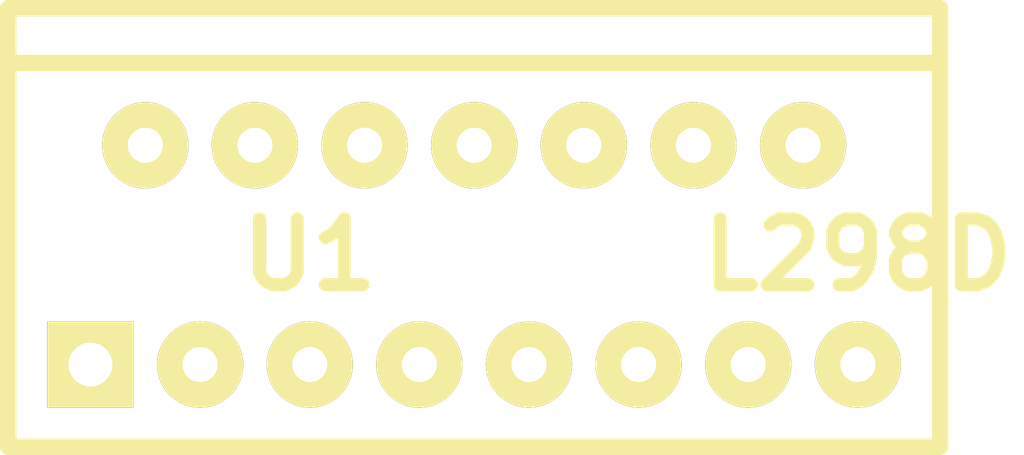
<source format=kicad_pcb>
(kicad_pcb (version 3) (host pcbnew "(2013-05-16 BZR 4016)-stable")

  (general
    (links 0)
    (no_connects 0)
    (area 0 0 0 0)
    (thickness 1.6)
    (drawings 0)
    (tracks 0)
    (zones 0)
    (modules 1)
    (nets 1)
  )

  (page A3)
  (layers
    (15 Dessus.Cu signal)
    (0 Dessous.Cu signal)
    (16 Dessous.Adhes user)
    (17 Dessus.Adhes user)
    (18 Dessous.Pate user)
    (19 Dessus.Pate user)
    (20 Dessous.SilkS user)
    (21 Dessus.SilkS user)
    (22 Dessous.Masque user)
    (23 Dessus.Masque user)
    (24 Dessin.User user)
    (25 Cmts.User user)
    (26 Eco1.User user)
    (27 Eco2.User user)
    (28 Contours.Ci user)
  )

  (setup
    (last_trace_width 0.254)
    (trace_clearance 0.254)
    (zone_clearance 0.508)
    (zone_45_only no)
    (trace_min 0.254)
    (segment_width 0.2)
    (edge_width 0.1)
    (via_size 0.889)
    (via_drill 0.635)
    (via_min_size 0.889)
    (via_min_drill 0.508)
    (uvia_size 0.508)
    (uvia_drill 0.127)
    (uvias_allowed no)
    (uvia_min_size 0.508)
    (uvia_min_drill 0.127)
    (pcb_text_width 0.3)
    (pcb_text_size 1.5 1.5)
    (mod_edge_width 0.15)
    (mod_text_size 1 1)
    (mod_text_width 0.15)
    (pad_size 1.5 1.5)
    (pad_drill 0.6)
    (pad_to_mask_clearance 0)
    (aux_axis_origin 0 0)
    (visible_elements FFFFFFBF)
    (pcbplotparams
      (layerselection 3178497)
      (usegerberextensions true)
      (excludeedgelayer true)
      (linewidth 0.150000)
      (plotframeref false)
      (viasonmask false)
      (mode 1)
      (useauxorigin false)
      (hpglpennumber 1)
      (hpglpenspeed 20)
      (hpglpendiameter 15)
      (hpglpenoverlay 2)
      (psnegative false)
      (psa4output false)
      (plotreference true)
      (plotvalue true)
      (plotothertext true)
      (plotinvisibletext false)
      (padsonsilk false)
      (subtractmaskfromsilk false)
      (outputformat 1)
      (mirror false)
      (drillshape 1)
      (scaleselection 1)
      (outputdirectory ""))
  )

  (net 0 "")

  (net_class Default "Ceci est la Netclass par défaut"
    (clearance 0.254)
    (trace_width 0.254)
    (via_dia 0.889)
    (via_drill 0.635)
    (uvia_dia 0.508)
    (uvia_drill 0.127)
    (add_net "")
  )

  (module Multiwatt15-V (layer Dessus.Cu) (tedit 51A8E4B1) (tstamp 51A8E4B4)
    (at 46.99 27.94)
    (path /51A8E479)
    (fp_text reference U1 (at -3.81 0) (layer Dessus.SilkS)
      (effects (font (size 1.524 1.524) (thickness 0.3048)))
    )
    (fp_text value L298D (at 8.89 0) (layer Dessus.SilkS)
      (effects (font (size 1.524 1.524) (thickness 0.3048)))
    )
    (fp_line (start -10.795 -4.445) (end 10.795 -4.445) (layer Dessus.SilkS) (width 0.381))
    (fp_line (start -10.795 4.445) (end -10.795 -5.715) (layer Dessus.SilkS) (width 0.381))
    (fp_line (start -10.795 -5.715) (end 10.795 -5.715) (layer Dessus.SilkS) (width 0.381))
    (fp_line (start 10.795 -5.715) (end 10.795 4.445) (layer Dessus.SilkS) (width 0.381))
    (fp_line (start 10.795 4.445) (end -10.795 4.445) (layer Dessus.SilkS) (width 0.381))
    (pad 1 thru_hole rect (at -8.89 2.54) (size 1.99898 1.99898) (drill 1.016)
      (layers *.Cu *.Mask Dessus.SilkS)
    )
    (pad 2 thru_hole circle (at -7.62 -2.54) (size 1.99898 1.99898) (drill 0.8128)
      (layers *.Cu *.Mask Dessus.SilkS)
    )
    (pad 3 thru_hole circle (at -6.35 2.54) (size 1.99898 1.99898) (drill 0.8128)
      (layers *.Cu *.Mask Dessus.SilkS)
    )
    (pad 4 thru_hole circle (at -5.08 -2.54) (size 1.99898 1.99898) (drill 0.8128)
      (layers *.Cu *.Mask Dessus.SilkS)
    )
    (pad 5 thru_hole circle (at -3.81 2.54) (size 1.99898 1.99898) (drill 0.8128)
      (layers *.Cu *.Mask Dessus.SilkS)
    )
    (pad 6 thru_hole circle (at -2.54 -2.54) (size 1.99898 1.99898) (drill 0.8128)
      (layers *.Cu *.Mask Dessus.SilkS)
    )
    (pad 7 thru_hole circle (at -1.27 2.54) (size 1.99898 1.99898) (drill 0.8128)
      (layers *.Cu *.Mask Dessus.SilkS)
    )
    (pad 8 thru_hole circle (at 0 -2.54) (size 1.99898 1.99898) (drill 0.8128)
      (layers *.Cu *.Mask Dessus.SilkS)
    )
    (pad 9 thru_hole circle (at 1.27 2.54) (size 1.99898 1.99898) (drill 0.8128)
      (layers *.Cu *.Mask Dessus.SilkS)
    )
    (pad 10 thru_hole circle (at 2.54 -2.54) (size 1.99898 1.99898) (drill 0.8128)
      (layers *.Cu *.Mask Dessus.SilkS)
    )
    (pad 11 thru_hole circle (at 3.81 2.54) (size 1.99898 1.99898) (drill 0.8128)
      (layers *.Cu *.Mask Dessus.SilkS)
    )
    (pad 12 thru_hole circle (at 5.08 -2.54) (size 1.99898 1.99898) (drill 0.8128)
      (layers *.Cu *.Mask Dessus.SilkS)
    )
    (pad 13 thru_hole circle (at 6.35 2.54) (size 1.99898 1.99898) (drill 0.8128)
      (layers *.Cu *.Mask Dessus.SilkS)
    )
    (pad 14 thru_hole circle (at 7.62 -2.54) (size 1.99898 1.99898) (drill 0.8128)
      (layers *.Cu *.Mask Dessus.SilkS)
    )
    (pad 15 thru_hole circle (at 8.89 2.54) (size 1.99898 1.99898) (drill 0.8128)
      (layers *.Cu *.Mask Dessus.SilkS)
    )
    (model multiwatt15_v.wrl
      (at (xyz 0 0 0))
      (scale (xyz 0.393701 0.393701 0.393701))
      (rotate (xyz 0 0 0))
    )
  )

)

</source>
